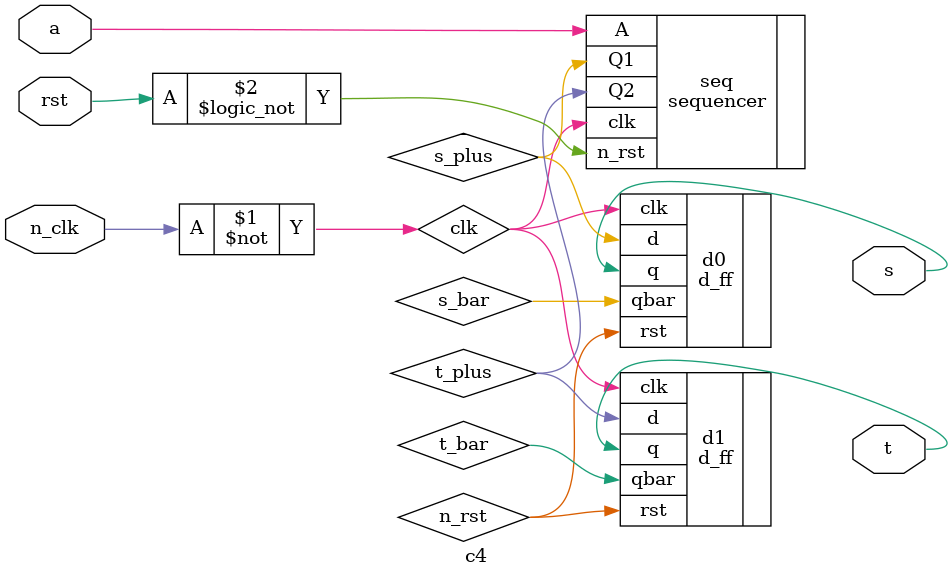
<source format=sv>


module c4 (
    input logic n_clk, rst, a,
    output logic s, t
);

    logic s_plus, t_plus, s_bar, t_bar, clk;

    // 反相时钟
    assign clk = ~n_clk;

    // 状态机模块
    sequencer seq (
        .n_rst(!rst),
        .clk(clk),
        .A(a),
        .Q1(s_plus),
        .Q2(t_plus)
    );

    // D型触发器模块
    d_ff d0 (
        .q(s),
        .qbar(s_bar),
        .clk(clk),
        .rst(n_rst),
        .d(s_plus)
    );

    d_ff d1 (
        .q(t),
        .qbar(t_bar),
        .clk(clk),
        .rst(n_rst),
        .d(t_plus)
    );

endmodule
 
</source>
